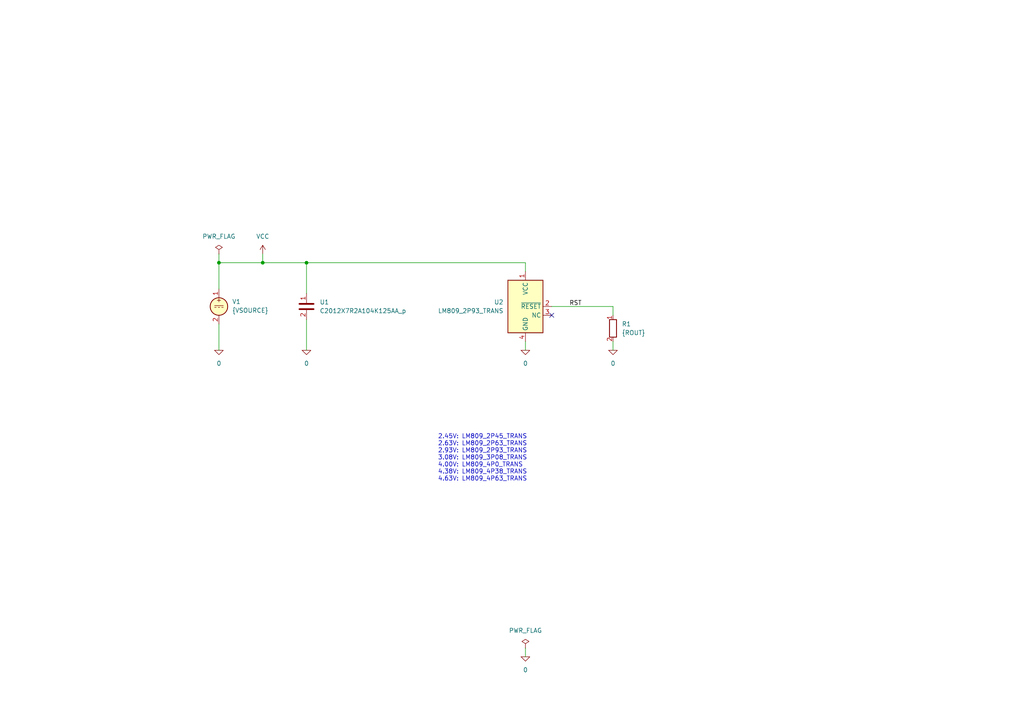
<source format=kicad_sch>
(kicad_sch
	(version 20231120)
	(generator "eeschema")
	(generator_version "8.0")
	(uuid "dee5651b-c88f-442b-ac32-3a11d4839a3d")
	(paper "A4")
	(title_block
		(title "Voltage supervisor, active-low, push-pull reset.")
		(date "2024-12-28")
		(rev "2")
		(company "astroelectronic@")
		(comment 1 "-")
		(comment 2 "-")
		(comment 3 "-")
		(comment 4 "AE01002809")
	)
	(lib_symbols
		(symbol "LM809:0"
			(power)
			(pin_names
				(offset 0)
			)
			(exclude_from_sim no)
			(in_bom yes)
			(on_board yes)
			(property "Reference" "#GND"
				(at 0 -2.54 0)
				(effects
					(font
						(size 1.27 1.27)
					)
					(hide yes)
				)
			)
			(property "Value" "0"
				(at 0 -1.778 0)
				(effects
					(font
						(size 1.27 1.27)
					)
				)
			)
			(property "Footprint" ""
				(at 0 0 0)
				(effects
					(font
						(size 1.27 1.27)
					)
					(hide yes)
				)
			)
			(property "Datasheet" "~"
				(at 0 0 0)
				(effects
					(font
						(size 1.27 1.27)
					)
					(hide yes)
				)
			)
			(property "Description" "0V reference potential for simulation"
				(at 0 0 0)
				(effects
					(font
						(size 1.27 1.27)
					)
					(hide yes)
				)
			)
			(property "ki_keywords" "simulation"
				(at 0 0 0)
				(effects
					(font
						(size 1.27 1.27)
					)
					(hide yes)
				)
			)
			(symbol "0_0_1"
				(polyline
					(pts
						(xy -1.27 0) (xy 0 -1.27) (xy 1.27 0) (xy -1.27 0)
					)
					(stroke
						(width 0)
						(type default)
					)
					(fill
						(type none)
					)
				)
			)
			(symbol "0_1_1"
				(pin power_in line
					(at 0 0 0)
					(length 0) hide
					(name "0"
						(effects
							(font
								(size 1.016 1.016)
							)
						)
					)
					(number "1"
						(effects
							(font
								(size 1.016 1.016)
							)
						)
					)
				)
			)
		)
		(symbol "LM809:C"
			(pin_names
				(offset 0.254) hide)
			(exclude_from_sim no)
			(in_bom yes)
			(on_board yes)
			(property "Reference" "C"
				(at 0.635 2.54 0)
				(effects
					(font
						(size 1.27 1.27)
					)
					(justify left)
				)
			)
			(property "Value" "C"
				(at 0.635 -2.54 0)
				(effects
					(font
						(size 1.27 1.27)
					)
					(justify left)
				)
			)
			(property "Footprint" ""
				(at 0.9652 -3.81 0)
				(effects
					(font
						(size 1.27 1.27)
					)
					(hide yes)
				)
			)
			(property "Datasheet" "~"
				(at 0 0 0)
				(effects
					(font
						(size 1.27 1.27)
					)
					(hide yes)
				)
			)
			(property "Description" "Unpolarized capacitor"
				(at 0 0 0)
				(effects
					(font
						(size 1.27 1.27)
					)
					(hide yes)
				)
			)
			(property "ki_keywords" "cap capacitor"
				(at 0 0 0)
				(effects
					(font
						(size 1.27 1.27)
					)
					(hide yes)
				)
			)
			(property "ki_fp_filters" "C_*"
				(at 0 0 0)
				(effects
					(font
						(size 1.27 1.27)
					)
					(hide yes)
				)
			)
			(symbol "C_0_1"
				(polyline
					(pts
						(xy -2.032 -0.762) (xy 2.032 -0.762)
					)
					(stroke
						(width 0.508)
						(type default)
					)
					(fill
						(type none)
					)
				)
				(polyline
					(pts
						(xy -2.032 0.762) (xy 2.032 0.762)
					)
					(stroke
						(width 0.508)
						(type default)
					)
					(fill
						(type none)
					)
				)
			)
			(symbol "C_1_1"
				(pin passive line
					(at 0 3.81 270)
					(length 2.794)
					(name "~"
						(effects
							(font
								(size 1.27 1.27)
							)
						)
					)
					(number "1"
						(effects
							(font
								(size 1.27 1.27)
							)
						)
					)
				)
				(pin passive line
					(at 0 -3.81 90)
					(length 2.794)
					(name "~"
						(effects
							(font
								(size 1.27 1.27)
							)
						)
					)
					(number "2"
						(effects
							(font
								(size 1.27 1.27)
							)
						)
					)
				)
			)
		)
		(symbol "LM809:LM809"
			(exclude_from_sim no)
			(in_bom yes)
			(on_board yes)
			(property "Reference" "U"
				(at 2.54 12.7 0)
				(effects
					(font
						(size 1.27 1.27)
					)
				)
			)
			(property "Value" "LM809"
				(at 5.08 10.16 0)
				(effects
					(font
						(size 1.27 1.27)
					)
				)
			)
			(property "Footprint" ""
				(at 7.62 2.54 0)
				(effects
					(font
						(size 1.27 1.27)
					)
					(hide yes)
				)
			)
			(property "Datasheet" "http://www.ti.com/lit/ds/symlink/lm809.pdf"
				(at 0 0 0)
				(effects
					(font
						(size 1.27 1.27)
					)
					(hide yes)
				)
			)
			(property "Description" "Microprocessor Reset (active-low) Circuit, SOT-23"
				(at 0 0 0)
				(effects
					(font
						(size 1.27 1.27)
					)
					(hide yes)
				)
			)
			(property "ki_keywords" "reset supervisor"
				(at 0 0 0)
				(effects
					(font
						(size 1.27 1.27)
					)
					(hide yes)
				)
			)
			(property "ki_fp_filters" "SOT?23*"
				(at 0 0 0)
				(effects
					(font
						(size 1.27 1.27)
					)
					(hide yes)
				)
			)
			(symbol "LM809_0_1"
				(rectangle
					(start 5.08 7.62)
					(end -5.08 -7.62)
					(stroke
						(width 0.254)
						(type default)
					)
					(fill
						(type background)
					)
				)
			)
			(symbol "LM809_1_1"
				(pin passive line
					(at 0 10.16 270)
					(length 2.54)
					(name "VCC"
						(effects
							(font
								(size 1.27 1.27)
							)
						)
					)
					(number "1"
						(effects
							(font
								(size 1.27 1.27)
							)
						)
					)
				)
				(pin passive line
					(at 7.62 0 180)
					(length 2.54)
					(name "~{RESET}"
						(effects
							(font
								(size 1.27 1.27)
							)
						)
					)
					(number "2"
						(effects
							(font
								(size 1.27 1.27)
							)
						)
					)
				)
				(pin passive line
					(at 7.62 -2.54 180)
					(length 2.54)
					(name "NC"
						(effects
							(font
								(size 1.27 1.27)
							)
						)
					)
					(number "3"
						(effects
							(font
								(size 1.27 1.27)
							)
						)
					)
				)
				(pin passive line
					(at 0 -10.16 90)
					(length 2.54)
					(name "GND"
						(effects
							(font
								(size 1.27 1.27)
							)
						)
					)
					(number "4"
						(effects
							(font
								(size 1.27 1.27)
							)
						)
					)
				)
			)
		)
		(symbol "LM809:PWR_FLAG"
			(power)
			(pin_numbers hide)
			(pin_names
				(offset 0) hide)
			(exclude_from_sim no)
			(in_bom yes)
			(on_board yes)
			(property "Reference" "#FLG"
				(at 0 1.905 0)
				(effects
					(font
						(size 1.27 1.27)
					)
					(hide yes)
				)
			)
			(property "Value" "PWR_FLAG"
				(at 0 3.81 0)
				(effects
					(font
						(size 1.27 1.27)
					)
				)
			)
			(property "Footprint" ""
				(at 0 0 0)
				(effects
					(font
						(size 1.27 1.27)
					)
					(hide yes)
				)
			)
			(property "Datasheet" "~"
				(at 0 0 0)
				(effects
					(font
						(size 1.27 1.27)
					)
					(hide yes)
				)
			)
			(property "Description" "Special symbol for telling ERC where power comes from"
				(at 0 0 0)
				(effects
					(font
						(size 1.27 1.27)
					)
					(hide yes)
				)
			)
			(property "ki_keywords" "flag power"
				(at 0 0 0)
				(effects
					(font
						(size 1.27 1.27)
					)
					(hide yes)
				)
			)
			(symbol "PWR_FLAG_0_0"
				(pin power_out line
					(at 0 0 90)
					(length 0)
					(name "pwr"
						(effects
							(font
								(size 1.27 1.27)
							)
						)
					)
					(number "1"
						(effects
							(font
								(size 1.27 1.27)
							)
						)
					)
				)
			)
			(symbol "PWR_FLAG_0_1"
				(polyline
					(pts
						(xy 0 0) (xy 0 1.27) (xy -1.016 1.905) (xy 0 2.54) (xy 1.016 1.905) (xy 0 1.27)
					)
					(stroke
						(width 0)
						(type default)
					)
					(fill
						(type none)
					)
				)
			)
		)
		(symbol "LM809:R"
			(pin_names
				(offset 0) hide)
			(exclude_from_sim no)
			(in_bom yes)
			(on_board yes)
			(property "Reference" "R"
				(at 2.032 0 90)
				(effects
					(font
						(size 1.27 1.27)
					)
				)
			)
			(property "Value" "R"
				(at 0 0 90)
				(effects
					(font
						(size 1.27 1.27)
					)
				)
			)
			(property "Footprint" ""
				(at -1.778 0 90)
				(effects
					(font
						(size 1.27 1.27)
					)
					(hide yes)
				)
			)
			(property "Datasheet" "~"
				(at 0 0 0)
				(effects
					(font
						(size 1.27 1.27)
					)
					(hide yes)
				)
			)
			(property "Description" "Resistor"
				(at 0 0 0)
				(effects
					(font
						(size 1.27 1.27)
					)
					(hide yes)
				)
			)
			(property "ki_keywords" "R res resistor"
				(at 0 0 0)
				(effects
					(font
						(size 1.27 1.27)
					)
					(hide yes)
				)
			)
			(property "ki_fp_filters" "R_*"
				(at 0 0 0)
				(effects
					(font
						(size 1.27 1.27)
					)
					(hide yes)
				)
			)
			(symbol "R_0_1"
				(rectangle
					(start -1.016 -2.54)
					(end 1.016 2.54)
					(stroke
						(width 0.254)
						(type default)
					)
					(fill
						(type none)
					)
				)
			)
			(symbol "R_1_1"
				(pin passive line
					(at 0 3.81 270)
					(length 1.27)
					(name "~"
						(effects
							(font
								(size 1.27 1.27)
							)
						)
					)
					(number "1"
						(effects
							(font
								(size 1.27 1.27)
							)
						)
					)
				)
				(pin passive line
					(at 0 -3.81 90)
					(length 1.27)
					(name "~"
						(effects
							(font
								(size 1.27 1.27)
							)
						)
					)
					(number "2"
						(effects
							(font
								(size 1.27 1.27)
							)
						)
					)
				)
			)
		)
		(symbol "LM809:VCC"
			(power)
			(pin_names
				(offset 0)
			)
			(exclude_from_sim no)
			(in_bom yes)
			(on_board yes)
			(property "Reference" "#PWR"
				(at 0 -3.81 0)
				(effects
					(font
						(size 1.27 1.27)
					)
					(hide yes)
				)
			)
			(property "Value" "VCC"
				(at 0 3.81 0)
				(effects
					(font
						(size 1.27 1.27)
					)
				)
			)
			(property "Footprint" ""
				(at 0 0 0)
				(effects
					(font
						(size 1.27 1.27)
					)
					(hide yes)
				)
			)
			(property "Datasheet" ""
				(at 0 0 0)
				(effects
					(font
						(size 1.27 1.27)
					)
					(hide yes)
				)
			)
			(property "Description" "Power symbol creates a global label with name \"VCC\""
				(at 0 0 0)
				(effects
					(font
						(size 1.27 1.27)
					)
					(hide yes)
				)
			)
			(property "ki_keywords" "global power"
				(at 0 0 0)
				(effects
					(font
						(size 1.27 1.27)
					)
					(hide yes)
				)
			)
			(symbol "VCC_0_1"
				(polyline
					(pts
						(xy -0.762 1.27) (xy 0 2.54)
					)
					(stroke
						(width 0)
						(type default)
					)
					(fill
						(type none)
					)
				)
				(polyline
					(pts
						(xy 0 0) (xy 0 2.54)
					)
					(stroke
						(width 0)
						(type default)
					)
					(fill
						(type none)
					)
				)
				(polyline
					(pts
						(xy 0 2.54) (xy 0.762 1.27)
					)
					(stroke
						(width 0)
						(type default)
					)
					(fill
						(type none)
					)
				)
			)
			(symbol "VCC_1_1"
				(pin power_in line
					(at 0 0 90)
					(length 0) hide
					(name "VCC"
						(effects
							(font
								(size 1.27 1.27)
							)
						)
					)
					(number "1"
						(effects
							(font
								(size 1.27 1.27)
							)
						)
					)
				)
			)
		)
		(symbol "LM809:VDC"
			(pin_names
				(offset 0.0254) hide)
			(exclude_from_sim no)
			(in_bom yes)
			(on_board yes)
			(property "Reference" "V"
				(at 2.54 2.54 0)
				(effects
					(font
						(size 1.27 1.27)
					)
					(justify left)
				)
			)
			(property "Value" "1"
				(at 2.54 0 0)
				(effects
					(font
						(size 1.27 1.27)
					)
					(justify left)
				)
			)
			(property "Footprint" ""
				(at 0 0 0)
				(effects
					(font
						(size 1.27 1.27)
					)
					(hide yes)
				)
			)
			(property "Datasheet" "~"
				(at 0 0 0)
				(effects
					(font
						(size 1.27 1.27)
					)
					(hide yes)
				)
			)
			(property "Description" "Voltage source, DC"
				(at 0 0 0)
				(effects
					(font
						(size 1.27 1.27)
					)
					(hide yes)
				)
			)
			(property "Sim.Pins" "1=+ 2=-"
				(at 0 0 0)
				(effects
					(font
						(size 1.27 1.27)
					)
					(hide yes)
				)
			)
			(property "Sim.Type" "DC"
				(at 0 0 0)
				(effects
					(font
						(size 1.27 1.27)
					)
					(hide yes)
				)
			)
			(property "Sim.Device" "V"
				(at 0 0 0)
				(effects
					(font
						(size 1.27 1.27)
					)
					(justify left)
					(hide yes)
				)
			)
			(property "Spice_Netlist_Enabled" "Y"
				(at 0 0 0)
				(effects
					(font
						(size 1.27 1.27)
					)
					(justify left)
					(hide yes)
				)
			)
			(property "ki_keywords" "simulation"
				(at 0 0 0)
				(effects
					(font
						(size 1.27 1.27)
					)
					(hide yes)
				)
			)
			(symbol "VDC_0_0"
				(polyline
					(pts
						(xy -1.27 0.254) (xy 1.27 0.254)
					)
					(stroke
						(width 0)
						(type default)
					)
					(fill
						(type none)
					)
				)
				(polyline
					(pts
						(xy -0.762 -0.254) (xy -1.27 -0.254)
					)
					(stroke
						(width 0)
						(type default)
					)
					(fill
						(type none)
					)
				)
				(polyline
					(pts
						(xy 0.254 -0.254) (xy -0.254 -0.254)
					)
					(stroke
						(width 0)
						(type default)
					)
					(fill
						(type none)
					)
				)
				(polyline
					(pts
						(xy 1.27 -0.254) (xy 0.762 -0.254)
					)
					(stroke
						(width 0)
						(type default)
					)
					(fill
						(type none)
					)
				)
				(text "+"
					(at 0 1.905 0)
					(effects
						(font
							(size 1.27 1.27)
						)
					)
				)
			)
			(symbol "VDC_0_1"
				(circle
					(center 0 0)
					(radius 2.54)
					(stroke
						(width 0.254)
						(type default)
					)
					(fill
						(type background)
					)
				)
			)
			(symbol "VDC_1_1"
				(pin passive line
					(at 0 5.08 270)
					(length 2.54)
					(name "~"
						(effects
							(font
								(size 1.27 1.27)
							)
						)
					)
					(number "1"
						(effects
							(font
								(size 1.27 1.27)
							)
						)
					)
				)
				(pin passive line
					(at 0 -5.08 90)
					(length 2.54)
					(name "~"
						(effects
							(font
								(size 1.27 1.27)
							)
						)
					)
					(number "2"
						(effects
							(font
								(size 1.27 1.27)
							)
						)
					)
				)
			)
		)
	)
	(junction
		(at 76.2 76.2)
		(diameter 0)
		(color 0 0 0 0)
		(uuid "53d21434-4f51-4742-9c05-fae9749230fd")
	)
	(junction
		(at 88.9 76.2)
		(diameter 0)
		(color 0 0 0 0)
		(uuid "79f470bd-fc27-4bdb-b392-58d36a8b5e2f")
	)
	(junction
		(at 63.5 76.2)
		(diameter 0)
		(color 0 0 0 0)
		(uuid "ecd9fd39-5315-44c6-a78a-1a462c0c2993")
	)
	(no_connect
		(at 160.02 91.44)
		(uuid "65935672-9d04-423f-ad7e-3a1260213e71")
	)
	(wire
		(pts
			(xy 76.2 76.2) (xy 88.9 76.2)
		)
		(stroke
			(width 0)
			(type default)
		)
		(uuid "0d7c64bd-83e0-4c47-b656-5b62e4a731ef")
	)
	(wire
		(pts
			(xy 177.8 88.9) (xy 160.02 88.9)
		)
		(stroke
			(width 0)
			(type default)
		)
		(uuid "1728eef1-3cee-4e7f-b84c-62896f6e8e43")
	)
	(wire
		(pts
			(xy 152.4 76.2) (xy 152.4 78.74)
		)
		(stroke
			(width 0)
			(type default)
		)
		(uuid "31bde8c4-2606-4ebc-b5f7-97d128a9dc1b")
	)
	(wire
		(pts
			(xy 152.4 187.96) (xy 152.4 190.5)
		)
		(stroke
			(width 0)
			(type default)
		)
		(uuid "46f7da68-588b-4acd-91e3-96838fffca98")
	)
	(wire
		(pts
			(xy 88.9 76.2) (xy 152.4 76.2)
		)
		(stroke
			(width 0)
			(type default)
		)
		(uuid "57a20a78-982a-4727-ab31-481d8f9fe248")
	)
	(wire
		(pts
			(xy 152.4 99.06) (xy 152.4 101.6)
		)
		(stroke
			(width 0)
			(type default)
		)
		(uuid "610e8ca5-b6b4-40c7-94c5-eea63827bc4d")
	)
	(wire
		(pts
			(xy 63.5 76.2) (xy 76.2 76.2)
		)
		(stroke
			(width 0)
			(type default)
		)
		(uuid "6ff17800-013e-4a0d-bc1b-411f6377775f")
	)
	(wire
		(pts
			(xy 88.9 92.71) (xy 88.9 101.6)
		)
		(stroke
			(width 0)
			(type default)
		)
		(uuid "7b5139f9-192c-41c0-977e-cb93d8bd963d")
	)
	(wire
		(pts
			(xy 76.2 73.66) (xy 76.2 76.2)
		)
		(stroke
			(width 0)
			(type default)
		)
		(uuid "7cb6f62b-10de-4b70-8651-6577d7df3a55")
	)
	(wire
		(pts
			(xy 63.5 93.98) (xy 63.5 101.6)
		)
		(stroke
			(width 0)
			(type default)
		)
		(uuid "8b6c2411-e2a1-4334-bed9-085e82e45a6c")
	)
	(wire
		(pts
			(xy 63.5 73.66) (xy 63.5 76.2)
		)
		(stroke
			(width 0)
			(type default)
		)
		(uuid "9a7068d5-71d7-401f-b00e-0d1e7963a731")
	)
	(wire
		(pts
			(xy 177.8 91.44) (xy 177.8 88.9)
		)
		(stroke
			(width 0)
			(type default)
		)
		(uuid "a5c5ac41-ca28-4816-b123-8b6402b09daf")
	)
	(wire
		(pts
			(xy 63.5 83.82) (xy 63.5 76.2)
		)
		(stroke
			(width 0)
			(type default)
		)
		(uuid "bcfa10ad-f9c3-4bc6-9aa6-475d5b362cdd")
	)
	(wire
		(pts
			(xy 177.8 99.06) (xy 177.8 101.6)
		)
		(stroke
			(width 0)
			(type default)
		)
		(uuid "caa56479-8be0-4a9c-a8df-250976330ab8")
	)
	(wire
		(pts
			(xy 88.9 76.2) (xy 88.9 85.09)
		)
		(stroke
			(width 0)
			(type default)
		)
		(uuid "fb9723a7-7d5d-47ed-b13e-e7018d881b17")
	)
	(text "2.45V: LM809_2P45_TRANS\n2.63V: LM809_2P63_TRANS\n2.93V: LM809_2P93_TRANS\n3.08V: LM809_3P08_TRANS\n4.00V: LM809_4P0_TRANS\n4.38V: LM809_4P38_TRANS\n4.63V: LM809_4P63_TRANS"
		(exclude_from_sim no)
		(at 127 139.7 0)
		(effects
			(font
				(size 1.27 1.27)
			)
			(justify left bottom)
		)
		(uuid "b973ddca-8b4f-449a-96ef-76fcbc383ca6")
	)
	(label "RST"
		(at 165.1 88.9 0)
		(fields_autoplaced yes)
		(effects
			(font
				(size 1.27 1.27)
			)
			(justify left bottom)
		)
		(uuid "d7da0ff3-fc6d-4b90-8c3f-c7b85be114b2")
	)
	(symbol
		(lib_id "LM809:0")
		(at 152.4 101.6 0)
		(unit 1)
		(exclude_from_sim no)
		(in_bom yes)
		(on_board yes)
		(dnp no)
		(fields_autoplaced yes)
		(uuid "05bbfb4c-5eea-44fe-96ab-0ad5ca20f6ad")
		(property "Reference" "#GND03"
			(at 152.4 104.14 0)
			(effects
				(font
					(size 1.27 1.27)
				)
				(hide yes)
			)
		)
		(property "Value" "0"
			(at 152.4 105.41 0)
			(effects
				(font
					(size 1.27 1.27)
				)
			)
		)
		(property "Footprint" ""
			(at 152.4 101.6 0)
			(effects
				(font
					(size 1.27 1.27)
				)
				(hide yes)
			)
		)
		(property "Datasheet" "~"
			(at 152.4 101.6 0)
			(effects
				(font
					(size 1.27 1.27)
				)
				(hide yes)
			)
		)
		(property "Description" ""
			(at 152.4 101.6 0)
			(effects
				(font
					(size 1.27 1.27)
				)
				(hide yes)
			)
		)
		(pin "1"
			(uuid "6549326e-2dcc-4524-b00c-0f67c7bf4060")
		)
		(instances
			(project ""
				(path "/dee5651b-c88f-442b-ac32-3a11d4839a3d"
					(reference "#GND03")
					(unit 1)
				)
			)
		)
	)
	(symbol
		(lib_id "LM809:VCC")
		(at 76.2 73.66 0)
		(unit 1)
		(exclude_from_sim no)
		(in_bom yes)
		(on_board yes)
		(dnp no)
		(fields_autoplaced yes)
		(uuid "1ee74c90-0bd9-476e-a4a0-56301eb882f4")
		(property "Reference" "#PWR01"
			(at 76.2 77.47 0)
			(effects
				(font
					(size 1.27 1.27)
				)
				(hide yes)
			)
		)
		(property "Value" "VCC"
			(at 76.2 68.58 0)
			(effects
				(font
					(size 1.27 1.27)
				)
			)
		)
		(property "Footprint" ""
			(at 76.2 73.66 0)
			(effects
				(font
					(size 1.27 1.27)
				)
				(hide yes)
			)
		)
		(property "Datasheet" ""
			(at 76.2 73.66 0)
			(effects
				(font
					(size 1.27 1.27)
				)
				(hide yes)
			)
		)
		(property "Description" ""
			(at 76.2 73.66 0)
			(effects
				(font
					(size 1.27 1.27)
				)
				(hide yes)
			)
		)
		(pin "1"
			(uuid "6b15ed48-8e8d-4ac4-bc5f-ee3f19eb9035")
		)
		(instances
			(project ""
				(path "/dee5651b-c88f-442b-ac32-3a11d4839a3d"
					(reference "#PWR01")
					(unit 1)
				)
			)
		)
	)
	(symbol
		(lib_id "LM809:R")
		(at 177.8 95.25 0)
		(unit 1)
		(exclude_from_sim no)
		(in_bom yes)
		(on_board yes)
		(dnp no)
		(fields_autoplaced yes)
		(uuid "27e663e5-5de3-431d-ab53-d3d50e1ecbfe")
		(property "Reference" "R1"
			(at 180.34 93.9799 0)
			(effects
				(font
					(size 1.27 1.27)
				)
				(justify left)
			)
		)
		(property "Value" "{ROUT}"
			(at 180.34 96.5199 0)
			(effects
				(font
					(size 1.27 1.27)
				)
				(justify left)
			)
		)
		(property "Footprint" ""
			(at 176.022 95.25 90)
			(effects
				(font
					(size 1.27 1.27)
				)
				(hide yes)
			)
		)
		(property "Datasheet" "~"
			(at 177.8 95.25 0)
			(effects
				(font
					(size 1.27 1.27)
				)
				(hide yes)
			)
		)
		(property "Description" ""
			(at 177.8 95.25 0)
			(effects
				(font
					(size 1.27 1.27)
				)
				(hide yes)
			)
		)
		(pin "1"
			(uuid "4bc3c9a5-69bf-498b-89c7-bfec21bed8cf")
		)
		(pin "2"
			(uuid "06176828-a8e4-45e8-800a-1f97cb58854f")
		)
		(instances
			(project ""
				(path "/dee5651b-c88f-442b-ac32-3a11d4839a3d"
					(reference "R1")
					(unit 1)
				)
			)
		)
	)
	(symbol
		(lib_id "LM809:LM809")
		(at 152.4 88.9 0)
		(unit 1)
		(exclude_from_sim no)
		(in_bom yes)
		(on_board yes)
		(dnp no)
		(fields_autoplaced yes)
		(uuid "2c755789-cf0b-4b11-81cf-90f0f5c276ed")
		(property "Reference" "U2"
			(at 146.05 87.6299 0)
			(effects
				(font
					(size 1.27 1.27)
				)
				(justify right)
			)
		)
		(property "Value" "LM809_2P93_TRANS"
			(at 146.05 90.1699 0)
			(effects
				(font
					(size 1.27 1.27)
				)
				(justify right)
			)
		)
		(property "Footprint" ""
			(at 160.02 86.36 0)
			(effects
				(font
					(size 1.27 1.27)
				)
				(hide yes)
			)
		)
		(property "Datasheet" "http://www.ti.com/lit/ds/symlink/lm809.pdf"
			(at 152.4 88.9 0)
			(effects
				(font
					(size 1.27 1.27)
				)
				(hide yes)
			)
		)
		(property "Description" ""
			(at 152.4 88.9 0)
			(effects
				(font
					(size 1.27 1.27)
				)
				(hide yes)
			)
		)
		(property "Sim.Library" "models\\LM809_2P93_TRANS.LIB"
			(at 152.4 88.9 0)
			(effects
				(font
					(size 1.27 1.27)
				)
				(hide yes)
			)
		)
		(property "Sim.Name" "LM809_2P93_TRANS"
			(at 152.4 88.9 0)
			(effects
				(font
					(size 1.27 1.27)
				)
				(hide yes)
			)
		)
		(property "Sim.Pins" "1=VCC 2=RESET_N 3=NC 4=GND"
			(at 0 0 0)
			(effects
				(font
					(size 1.27 1.27)
				)
				(hide yes)
			)
		)
		(property "Sim.Device" "SUBCKT"
			(at 152.4 88.9 0)
			(effects
				(font
					(size 1.27 1.27)
				)
				(hide yes)
			)
		)
		(pin "1"
			(uuid "d2dc57ac-4656-458f-8908-227d63f51da7")
		)
		(pin "2"
			(uuid "72a57a8f-adb6-4bb9-a31c-234a690cf734")
		)
		(pin "3"
			(uuid "355874ac-ca3a-4047-a84d-d38c1d79eec1")
		)
		(pin "4"
			(uuid "16e3d9a7-1271-4164-b93f-d1b8bff41023")
		)
		(instances
			(project ""
				(path "/dee5651b-c88f-442b-ac32-3a11d4839a3d"
					(reference "U2")
					(unit 1)
				)
			)
		)
	)
	(symbol
		(lib_id "LM809:0")
		(at 152.4 190.5 0)
		(unit 1)
		(exclude_from_sim no)
		(in_bom yes)
		(on_board yes)
		(dnp no)
		(fields_autoplaced yes)
		(uuid "352b3329-7265-4a15-9d30-083b082a539a")
		(property "Reference" "#GND04"
			(at 152.4 193.04 0)
			(effects
				(font
					(size 1.27 1.27)
				)
				(hide yes)
			)
		)
		(property "Value" "0"
			(at 152.4 194.31 0)
			(effects
				(font
					(size 1.27 1.27)
				)
			)
		)
		(property "Footprint" ""
			(at 152.4 190.5 0)
			(effects
				(font
					(size 1.27 1.27)
				)
				(hide yes)
			)
		)
		(property "Datasheet" "~"
			(at 152.4 190.5 0)
			(effects
				(font
					(size 1.27 1.27)
				)
				(hide yes)
			)
		)
		(property "Description" ""
			(at 152.4 190.5 0)
			(effects
				(font
					(size 1.27 1.27)
				)
				(hide yes)
			)
		)
		(pin "1"
			(uuid "7199879f-1cbd-446d-a7f1-2ae6152158f4")
		)
		(instances
			(project ""
				(path "/dee5651b-c88f-442b-ac32-3a11d4839a3d"
					(reference "#GND04")
					(unit 1)
				)
			)
		)
	)
	(symbol
		(lib_id "LM809:PWR_FLAG")
		(at 152.4 187.96 0)
		(unit 1)
		(exclude_from_sim no)
		(in_bom yes)
		(on_board yes)
		(dnp no)
		(fields_autoplaced yes)
		(uuid "3f352381-16a2-4087-adf6-38b44e9d8ce2")
		(property "Reference" "#FLG02"
			(at 152.4 186.055 0)
			(effects
				(font
					(size 1.27 1.27)
				)
				(hide yes)
			)
		)
		(property "Value" "PWR_FLAG"
			(at 152.4 182.88 0)
			(effects
				(font
					(size 1.27 1.27)
				)
			)
		)
		(property "Footprint" ""
			(at 152.4 187.96 0)
			(effects
				(font
					(size 1.27 1.27)
				)
				(hide yes)
			)
		)
		(property "Datasheet" "~"
			(at 152.4 187.96 0)
			(effects
				(font
					(size 1.27 1.27)
				)
				(hide yes)
			)
		)
		(property "Description" ""
			(at 152.4 187.96 0)
			(effects
				(font
					(size 1.27 1.27)
				)
				(hide yes)
			)
		)
		(pin "1"
			(uuid "9ad58612-4f6a-4b51-839a-bcb6f97b8733")
		)
		(instances
			(project ""
				(path "/dee5651b-c88f-442b-ac32-3a11d4839a3d"
					(reference "#FLG02")
					(unit 1)
				)
			)
		)
	)
	(symbol
		(lib_id "LM809:0")
		(at 88.9 101.6 0)
		(unit 1)
		(exclude_from_sim no)
		(in_bom yes)
		(on_board yes)
		(dnp no)
		(fields_autoplaced yes)
		(uuid "4ff7279c-3afc-487a-9d61-442c01e23b14")
		(property "Reference" "#GND02"
			(at 88.9 104.14 0)
			(effects
				(font
					(size 1.27 1.27)
				)
				(hide yes)
			)
		)
		(property "Value" "0"
			(at 88.9 105.41 0)
			(effects
				(font
					(size 1.27 1.27)
				)
			)
		)
		(property "Footprint" ""
			(at 88.9 101.6 0)
			(effects
				(font
					(size 1.27 1.27)
				)
				(hide yes)
			)
		)
		(property "Datasheet" "~"
			(at 88.9 101.6 0)
			(effects
				(font
					(size 1.27 1.27)
				)
				(hide yes)
			)
		)
		(property "Description" ""
			(at 88.9 101.6 0)
			(effects
				(font
					(size 1.27 1.27)
				)
				(hide yes)
			)
		)
		(pin "1"
			(uuid "b40f5f11-bab9-4618-8483-73ef9aa7ee48")
		)
		(instances
			(project ""
				(path "/dee5651b-c88f-442b-ac32-3a11d4839a3d"
					(reference "#GND02")
					(unit 1)
				)
			)
		)
	)
	(symbol
		(lib_name "LM809:VDC")
		(lib_id "LM809:VDC")
		(at 63.5 88.9 0)
		(unit 1)
		(exclude_from_sim no)
		(in_bom yes)
		(on_board yes)
		(dnp no)
		(fields_autoplaced yes)
		(uuid "63d58f3d-ae78-48dc-a0c3-57ede5f6cc4e")
		(property "Reference" "V1"
			(at 67.31 87.5001 0)
			(effects
				(font
					(size 1.27 1.27)
				)
				(justify left)
			)
		)
		(property "Value" "{VSOURCE}"
			(at 67.31 90.0401 0)
			(effects
				(font
					(size 1.27 1.27)
				)
				(justify left)
			)
		)
		(property "Footprint" ""
			(at 63.5 88.9 0)
			(effects
				(font
					(size 1.27 1.27)
				)
				(hide yes)
			)
		)
		(property "Datasheet" "~"
			(at 63.5 88.9 0)
			(effects
				(font
					(size 1.27 1.27)
				)
				(hide yes)
			)
		)
		(property "Description" ""
			(at 63.5 88.9 0)
			(effects
				(font
					(size 1.27 1.27)
				)
				(hide yes)
			)
		)
		(property "Sim.Device" "SPICE"
			(at 63.5 88.9 0)
			(effects
				(font
					(size 1.27 1.27)
				)
				(justify left)
				(hide yes)
			)
		)
		(property "Sim.Params" "type=\"V\" model=\"{VSOURCE}\" lib=\"\""
			(at 0 0 0)
			(effects
				(font
					(size 1.27 1.27)
				)
				(hide yes)
			)
		)
		(property "Sim.Pins" "1=1 2=2"
			(at 0 0 0)
			(effects
				(font
					(size 1.27 1.27)
				)
				(hide yes)
			)
		)
		(pin "1"
			(uuid "b72b38d7-6983-4879-9a93-c7893036b459")
		)
		(pin "2"
			(uuid "5679aa83-fc7f-496c-8f68-c10255a99cd6")
		)
		(instances
			(project ""
				(path "/dee5651b-c88f-442b-ac32-3a11d4839a3d"
					(reference "V1")
					(unit 1)
				)
			)
		)
	)
	(symbol
		(lib_id "LM809:C")
		(at 88.9 88.9 0)
		(unit 1)
		(exclude_from_sim no)
		(in_bom yes)
		(on_board yes)
		(dnp no)
		(fields_autoplaced yes)
		(uuid "828f89f5-d2da-4993-bd5b-6184c88a9be9")
		(property "Reference" "U1"
			(at 92.71 87.6299 0)
			(effects
				(font
					(size 1.27 1.27)
				)
				(justify left)
			)
		)
		(property "Value" "C2012X7R2A104K125AA_p"
			(at 92.71 90.1699 0)
			(effects
				(font
					(size 1.27 1.27)
				)
				(justify left)
			)
		)
		(property "Footprint" ""
			(at 89.8652 92.71 0)
			(effects
				(font
					(size 1.27 1.27)
				)
				(hide yes)
			)
		)
		(property "Datasheet" "~"
			(at 88.9 88.9 0)
			(effects
				(font
					(size 1.27 1.27)
				)
				(hide yes)
			)
		)
		(property "Description" ""
			(at 88.9 88.9 0)
			(effects
				(font
					(size 1.27 1.27)
				)
				(hide yes)
			)
		)
		(property "Sim.Library" "models\\C2012X7R2A104K125AA_p.mod"
			(at 88.9 88.9 0)
			(effects
				(font
					(size 1.27 1.27)
				)
				(hide yes)
			)
		)
		(property "Sim.Name" "C2012X7R2A104K125AA_p"
			(at 88.9 88.9 0)
			(effects
				(font
					(size 1.27 1.27)
				)
				(hide yes)
			)
		)
		(property "Sim.Pins" "1=n1 2=n2"
			(at 0 0 0)
			(effects
				(font
					(size 1.27 1.27)
				)
				(hide yes)
			)
		)
		(property "Sim.Device" "SUBCKT"
			(at 88.9 88.9 0)
			(effects
				(font
					(size 1.27 1.27)
				)
				(hide yes)
			)
		)
		(pin "1"
			(uuid "ec55b821-11df-4003-a697-a8cc66ceae35")
		)
		(pin "2"
			(uuid "b9fea6ca-4b1d-481c-a54e-7b35f961b101")
		)
		(instances
			(project ""
				(path "/dee5651b-c88f-442b-ac32-3a11d4839a3d"
					(reference "U1")
					(unit 1)
				)
			)
		)
	)
	(symbol
		(lib_id "LM809:0")
		(at 177.8 101.6 0)
		(unit 1)
		(exclude_from_sim no)
		(in_bom yes)
		(on_board yes)
		(dnp no)
		(fields_autoplaced yes)
		(uuid "8a205ed9-0093-40e8-9a36-ed67ac4773b9")
		(property "Reference" "#GND05"
			(at 177.8 104.14 0)
			(effects
				(font
					(size 1.27 1.27)
				)
				(hide yes)
			)
		)
		(property "Value" "0"
			(at 177.8 105.41 0)
			(effects
				(font
					(size 1.27 1.27)
				)
			)
		)
		(property "Footprint" ""
			(at 177.8 101.6 0)
			(effects
				(font
					(size 1.27 1.27)
				)
				(hide yes)
			)
		)
		(property "Datasheet" "~"
			(at 177.8 101.6 0)
			(effects
				(font
					(size 1.27 1.27)
				)
				(hide yes)
			)
		)
		(property "Description" ""
			(at 177.8 101.6 0)
			(effects
				(font
					(size 1.27 1.27)
				)
				(hide yes)
			)
		)
		(pin "1"
			(uuid "179eba37-fea1-4850-a3bb-666ca85db6dd")
		)
		(instances
			(project ""
				(path "/dee5651b-c88f-442b-ac32-3a11d4839a3d"
					(reference "#GND05")
					(unit 1)
				)
			)
		)
	)
	(symbol
		(lib_id "LM809:0")
		(at 63.5 101.6 0)
		(unit 1)
		(exclude_from_sim no)
		(in_bom yes)
		(on_board yes)
		(dnp no)
		(fields_autoplaced yes)
		(uuid "b3eb44fe-e050-43cd-9816-f2ae6cf7a7fb")
		(property "Reference" "#GND01"
			(at 63.5 104.14 0)
			(effects
				(font
					(size 1.27 1.27)
				)
				(hide yes)
			)
		)
		(property "Value" "0"
			(at 63.5 105.41 0)
			(effects
				(font
					(size 1.27 1.27)
				)
			)
		)
		(property "Footprint" ""
			(at 63.5 101.6 0)
			(effects
				(font
					(size 1.27 1.27)
				)
				(hide yes)
			)
		)
		(property "Datasheet" "~"
			(at 63.5 101.6 0)
			(effects
				(font
					(size 1.27 1.27)
				)
				(hide yes)
			)
		)
		(property "Description" ""
			(at 63.5 101.6 0)
			(effects
				(font
					(size 1.27 1.27)
				)
				(hide yes)
			)
		)
		(pin "1"
			(uuid "f197f4bc-7908-4223-8d5e-ed0c29f6007e")
		)
		(instances
			(project ""
				(path "/dee5651b-c88f-442b-ac32-3a11d4839a3d"
					(reference "#GND01")
					(unit 1)
				)
			)
		)
	)
	(symbol
		(lib_id "LM809:PWR_FLAG")
		(at 63.5 73.66 0)
		(unit 1)
		(exclude_from_sim no)
		(in_bom yes)
		(on_board yes)
		(dnp no)
		(fields_autoplaced yes)
		(uuid "c8e80a6e-9fda-4e16-bdde-6d3fc5135c8a")
		(property "Reference" "#FLG01"
			(at 63.5 71.755 0)
			(effects
				(font
					(size 1.27 1.27)
				)
				(hide yes)
			)
		)
		(property "Value" "PWR_FLAG"
			(at 63.5 68.58 0)
			(effects
				(font
					(size 1.27 1.27)
				)
			)
		)
		(property "Footprint" ""
			(at 63.5 73.66 0)
			(effects
				(font
					(size 1.27 1.27)
				)
				(hide yes)
			)
		)
		(property "Datasheet" "~"
			(at 63.5 73.66 0)
			(effects
				(font
					(size 1.27 1.27)
				)
				(hide yes)
			)
		)
		(property "Description" ""
			(at 63.5 73.66 0)
			(effects
				(font
					(size 1.27 1.27)
				)
				(hide yes)
			)
		)
		(pin "1"
			(uuid "abc5f6b2-6e0b-4be9-92e4-e61254fa2b4a")
		)
		(instances
			(project ""
				(path "/dee5651b-c88f-442b-ac32-3a11d4839a3d"
					(reference "#FLG01")
					(unit 1)
				)
			)
		)
	)
	(sheet_instances
		(path "/"
			(page "1")
		)
	)
)

</source>
